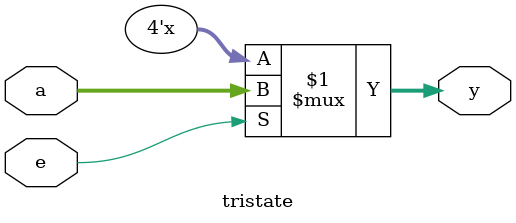
<source format=v>
module tristate
(
    input  [3:0] a,
    input        e,
    output [3:0] y
);

/* if not enable, set y to 'ZZZZ' indicating 4 floating values */
assign y = e ? a : 4'bz;

endmodule

</source>
